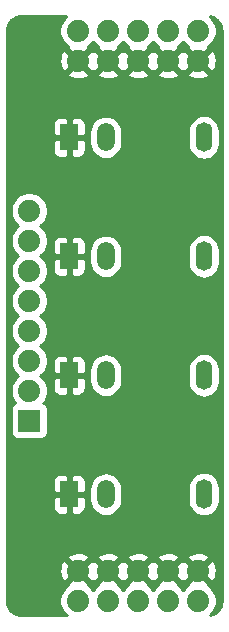
<source format=gbr>
G04 #@! TF.GenerationSoftware,KiCad,Pcbnew,5.1.5-52549c5~84~ubuntu18.04.1*
G04 #@! TF.CreationDate,2020-03-23T11:22:08-04:00*
G04 #@! TF.ProjectId,bbf-eurojacks-thonkiconn,6262662d-6575-4726-9f6a-61636b732d74,rev?*
G04 #@! TF.SameCoordinates,Original*
G04 #@! TF.FileFunction,Copper,L2,Bot*
G04 #@! TF.FilePolarity,Positive*
%FSLAX46Y46*%
G04 Gerber Fmt 4.6, Leading zero omitted, Abs format (unit mm)*
G04 Created by KiCad (PCBNEW 5.1.5-52549c5~84~ubuntu18.04.1) date 2020-03-23 11:22:08*
%MOMM*%
%LPD*%
G04 APERTURE LIST*
%ADD10C,1.879600*%
%ADD11O,1.500000X2.400000*%
%ADD12R,1.500000X2.200000*%
%ADD13O,1.400000X2.500000*%
%ADD14R,1.879600X1.879600*%
%ADD15C,0.254000*%
G04 APERTURE END LIST*
D10*
X157081100Y-126588600D03*
X157081100Y-129128600D03*
X154541100Y-126588600D03*
X154541100Y-129128600D03*
X152001100Y-126588600D03*
X152001100Y-129128600D03*
X149461100Y-126588600D03*
X149461100Y-129128600D03*
X146921100Y-126588600D03*
X146921100Y-129128600D03*
D11*
X149276100Y-120103600D03*
D12*
X146176100Y-120103600D03*
D13*
X157576100Y-120103600D03*
D11*
X149276100Y-110035732D03*
D12*
X146176100Y-110035732D03*
D13*
X157576100Y-110035732D03*
D11*
X149276100Y-99967866D03*
D12*
X146176100Y-99967866D03*
D13*
X157576100Y-99967866D03*
D11*
X149276100Y-89900000D03*
D12*
X146176100Y-89900000D03*
D13*
X157576100Y-89900000D03*
D10*
X157081100Y-80868600D03*
X157081100Y-83408600D03*
X154541100Y-80868600D03*
X154541100Y-83408600D03*
X152001100Y-80868600D03*
X152001100Y-83408600D03*
X149461100Y-80868600D03*
X149461100Y-83408600D03*
X146921100Y-80868600D03*
X146921100Y-83408600D03*
X142786100Y-96108600D03*
X142786100Y-98648600D03*
X142786100Y-101188600D03*
X142786100Y-103728600D03*
X142786100Y-106268600D03*
X142786100Y-108808600D03*
X142786100Y-111348600D03*
D14*
X142786100Y-113888600D03*
D15*
G36*
X145917223Y-79645373D02*
G01*
X145697873Y-79864723D01*
X145525530Y-80122652D01*
X145406818Y-80409248D01*
X145346300Y-80713496D01*
X145346300Y-81023704D01*
X145406818Y-81327952D01*
X145525530Y-81614548D01*
X145697873Y-81872477D01*
X145917223Y-82091827D01*
X146053814Y-82183095D01*
X146008229Y-82316124D01*
X146921100Y-83228995D01*
X147833971Y-82316124D01*
X147788386Y-82183095D01*
X147924977Y-82091827D01*
X148144327Y-81872477D01*
X148191100Y-81802476D01*
X148237873Y-81872477D01*
X148457223Y-82091827D01*
X148593814Y-82183095D01*
X148548229Y-82316124D01*
X149461100Y-83228995D01*
X150373971Y-82316124D01*
X150328386Y-82183095D01*
X150464977Y-82091827D01*
X150684327Y-81872477D01*
X150731100Y-81802476D01*
X150777873Y-81872477D01*
X150997223Y-82091827D01*
X151133814Y-82183095D01*
X151088229Y-82316124D01*
X152001100Y-83228995D01*
X152913971Y-82316124D01*
X152868386Y-82183095D01*
X153004977Y-82091827D01*
X153224327Y-81872477D01*
X153271100Y-81802476D01*
X153317873Y-81872477D01*
X153537223Y-82091827D01*
X153673814Y-82183095D01*
X153628229Y-82316124D01*
X154541100Y-83228995D01*
X155453971Y-82316124D01*
X155408386Y-82183095D01*
X155544977Y-82091827D01*
X155764327Y-81872477D01*
X155811100Y-81802476D01*
X155857873Y-81872477D01*
X156077223Y-82091827D01*
X156213814Y-82183095D01*
X156168229Y-82316124D01*
X157081100Y-83228995D01*
X157993971Y-82316124D01*
X157948386Y-82183095D01*
X158084977Y-82091827D01*
X158304327Y-81872477D01*
X158476670Y-81614548D01*
X158595382Y-81327952D01*
X158655900Y-81023704D01*
X158655900Y-80713496D01*
X158595382Y-80409248D01*
X158476670Y-80122652D01*
X158304327Y-79864723D01*
X158099771Y-79660167D01*
X158100364Y-79660225D01*
X158330514Y-79729711D01*
X158542788Y-79842579D01*
X158729095Y-79994528D01*
X158882337Y-80179765D01*
X158996683Y-80391244D01*
X159067776Y-80620908D01*
X159096101Y-80890403D01*
X159096100Y-129096323D01*
X159069285Y-129369805D01*
X158999233Y-129601826D01*
X158885450Y-129815822D01*
X158732269Y-130003639D01*
X158545524Y-130158129D01*
X158332331Y-130273402D01*
X158100801Y-130345072D01*
X158090667Y-130346137D01*
X158304327Y-130132477D01*
X158476670Y-129874548D01*
X158595382Y-129587952D01*
X158655900Y-129283704D01*
X158655900Y-128973496D01*
X158595382Y-128669248D01*
X158476670Y-128382652D01*
X158304327Y-128124723D01*
X158084977Y-127905373D01*
X157948386Y-127814105D01*
X157993971Y-127681076D01*
X157081100Y-126768205D01*
X156168229Y-127681076D01*
X156213814Y-127814105D01*
X156077223Y-127905373D01*
X155857873Y-128124723D01*
X155811100Y-128194724D01*
X155764327Y-128124723D01*
X155544977Y-127905373D01*
X155408386Y-127814105D01*
X155453971Y-127681076D01*
X154541100Y-126768205D01*
X153628229Y-127681076D01*
X153673814Y-127814105D01*
X153537223Y-127905373D01*
X153317873Y-128124723D01*
X153271100Y-128194724D01*
X153224327Y-128124723D01*
X153004977Y-127905373D01*
X152868386Y-127814105D01*
X152913971Y-127681076D01*
X152001100Y-126768205D01*
X151088229Y-127681076D01*
X151133814Y-127814105D01*
X150997223Y-127905373D01*
X150777873Y-128124723D01*
X150731100Y-128194724D01*
X150684327Y-128124723D01*
X150464977Y-127905373D01*
X150328386Y-127814105D01*
X150373971Y-127681076D01*
X149461100Y-126768205D01*
X148548229Y-127681076D01*
X148593814Y-127814105D01*
X148457223Y-127905373D01*
X148237873Y-128124723D01*
X148191100Y-128194724D01*
X148144327Y-128124723D01*
X147924977Y-127905373D01*
X147788386Y-127814105D01*
X147833971Y-127681076D01*
X146921100Y-126768205D01*
X146008229Y-127681076D01*
X146053814Y-127814105D01*
X145917223Y-127905373D01*
X145697873Y-128124723D01*
X145525530Y-128382652D01*
X145406818Y-128669248D01*
X145346300Y-128973496D01*
X145346300Y-129283704D01*
X145406818Y-129587952D01*
X145525530Y-129874548D01*
X145697873Y-130132477D01*
X145917223Y-130351827D01*
X145949809Y-130373600D01*
X142183377Y-130373600D01*
X141909895Y-130346785D01*
X141677874Y-130276733D01*
X141463878Y-130162950D01*
X141276061Y-130009769D01*
X141121571Y-129823024D01*
X141006298Y-129609831D01*
X140934628Y-129378301D01*
X140906100Y-129106876D01*
X140906100Y-126653577D01*
X145340016Y-126653577D01*
X145383073Y-126960784D01*
X145485235Y-127253686D01*
X145570377Y-127412977D01*
X145828624Y-127501471D01*
X146741495Y-126588600D01*
X147100705Y-126588600D01*
X148013576Y-127501471D01*
X148191100Y-127440639D01*
X148368624Y-127501471D01*
X149281495Y-126588600D01*
X149640705Y-126588600D01*
X150553576Y-127501471D01*
X150731100Y-127440639D01*
X150908624Y-127501471D01*
X151821495Y-126588600D01*
X152180705Y-126588600D01*
X153093576Y-127501471D01*
X153271100Y-127440639D01*
X153448624Y-127501471D01*
X154361495Y-126588600D01*
X154720705Y-126588600D01*
X155633576Y-127501471D01*
X155811100Y-127440639D01*
X155988624Y-127501471D01*
X156901495Y-126588600D01*
X157260705Y-126588600D01*
X158173576Y-127501471D01*
X158431823Y-127412977D01*
X158566697Y-127133624D01*
X158644481Y-126833325D01*
X158662184Y-126523623D01*
X158619127Y-126216416D01*
X158516965Y-125923514D01*
X158431823Y-125764223D01*
X158173576Y-125675729D01*
X157260705Y-126588600D01*
X156901495Y-126588600D01*
X155988624Y-125675729D01*
X155811100Y-125736561D01*
X155633576Y-125675729D01*
X154720705Y-126588600D01*
X154361495Y-126588600D01*
X153448624Y-125675729D01*
X153271100Y-125736561D01*
X153093576Y-125675729D01*
X152180705Y-126588600D01*
X151821495Y-126588600D01*
X150908624Y-125675729D01*
X150731100Y-125736561D01*
X150553576Y-125675729D01*
X149640705Y-126588600D01*
X149281495Y-126588600D01*
X148368624Y-125675729D01*
X148191100Y-125736561D01*
X148013576Y-125675729D01*
X147100705Y-126588600D01*
X146741495Y-126588600D01*
X145828624Y-125675729D01*
X145570377Y-125764223D01*
X145435503Y-126043576D01*
X145357719Y-126343875D01*
X145340016Y-126653577D01*
X140906100Y-126653577D01*
X140906100Y-125496124D01*
X146008229Y-125496124D01*
X146921100Y-126408995D01*
X147833971Y-125496124D01*
X148548229Y-125496124D01*
X149461100Y-126408995D01*
X150373971Y-125496124D01*
X151088229Y-125496124D01*
X152001100Y-126408995D01*
X152913971Y-125496124D01*
X153628229Y-125496124D01*
X154541100Y-126408995D01*
X155453971Y-125496124D01*
X156168229Y-125496124D01*
X157081100Y-126408995D01*
X157993971Y-125496124D01*
X157905477Y-125237877D01*
X157626124Y-125103003D01*
X157325825Y-125025219D01*
X157016123Y-125007516D01*
X156708916Y-125050573D01*
X156416014Y-125152735D01*
X156256723Y-125237877D01*
X156168229Y-125496124D01*
X155453971Y-125496124D01*
X155365477Y-125237877D01*
X155086124Y-125103003D01*
X154785825Y-125025219D01*
X154476123Y-125007516D01*
X154168916Y-125050573D01*
X153876014Y-125152735D01*
X153716723Y-125237877D01*
X153628229Y-125496124D01*
X152913971Y-125496124D01*
X152825477Y-125237877D01*
X152546124Y-125103003D01*
X152245825Y-125025219D01*
X151936123Y-125007516D01*
X151628916Y-125050573D01*
X151336014Y-125152735D01*
X151176723Y-125237877D01*
X151088229Y-125496124D01*
X150373971Y-125496124D01*
X150285477Y-125237877D01*
X150006124Y-125103003D01*
X149705825Y-125025219D01*
X149396123Y-125007516D01*
X149088916Y-125050573D01*
X148796014Y-125152735D01*
X148636723Y-125237877D01*
X148548229Y-125496124D01*
X147833971Y-125496124D01*
X147745477Y-125237877D01*
X147466124Y-125103003D01*
X147165825Y-125025219D01*
X146856123Y-125007516D01*
X146548916Y-125050573D01*
X146256014Y-125152735D01*
X146096723Y-125237877D01*
X146008229Y-125496124D01*
X140906100Y-125496124D01*
X140906100Y-121203600D01*
X144788028Y-121203600D01*
X144800288Y-121328082D01*
X144836598Y-121447780D01*
X144895563Y-121558094D01*
X144974915Y-121654785D01*
X145071606Y-121734137D01*
X145181920Y-121793102D01*
X145301618Y-121829412D01*
X145426100Y-121841672D01*
X145890350Y-121838600D01*
X146049100Y-121679850D01*
X146049100Y-120230600D01*
X146303100Y-120230600D01*
X146303100Y-121679850D01*
X146461850Y-121838600D01*
X146926100Y-121841672D01*
X147050582Y-121829412D01*
X147170280Y-121793102D01*
X147280594Y-121734137D01*
X147377285Y-121654785D01*
X147456637Y-121558094D01*
X147515602Y-121447780D01*
X147551912Y-121328082D01*
X147564172Y-121203600D01*
X147561100Y-120389350D01*
X147402350Y-120230600D01*
X146303100Y-120230600D01*
X146049100Y-120230600D01*
X144949850Y-120230600D01*
X144791100Y-120389350D01*
X144788028Y-121203600D01*
X140906100Y-121203600D01*
X140906100Y-119003600D01*
X144788028Y-119003600D01*
X144791100Y-119817850D01*
X144949850Y-119976600D01*
X146049100Y-119976600D01*
X146049100Y-118527350D01*
X146303100Y-118527350D01*
X146303100Y-119976600D01*
X147402350Y-119976600D01*
X147561100Y-119817850D01*
X147561976Y-119585563D01*
X147891100Y-119585563D01*
X147891100Y-120621636D01*
X147911140Y-120825106D01*
X147990336Y-121086180D01*
X148118943Y-121326787D01*
X148292019Y-121537680D01*
X148502912Y-121710757D01*
X148743519Y-121839364D01*
X149004593Y-121918560D01*
X149276100Y-121945301D01*
X149547606Y-121918560D01*
X149808680Y-121839364D01*
X150049287Y-121710757D01*
X150260180Y-121537681D01*
X150433257Y-121326788D01*
X150561864Y-121086181D01*
X150641060Y-120825107D01*
X150661100Y-120621637D01*
X150661100Y-119585564D01*
X150651493Y-119488021D01*
X156241100Y-119488021D01*
X156241100Y-120719178D01*
X156260417Y-120915305D01*
X156336753Y-121166953D01*
X156460718Y-121398874D01*
X156627545Y-121602155D01*
X156830825Y-121768982D01*
X157062746Y-121892947D01*
X157314394Y-121969283D01*
X157576100Y-121995059D01*
X157837805Y-121969283D01*
X158089453Y-121892947D01*
X158321374Y-121768982D01*
X158524655Y-121602155D01*
X158691482Y-121398875D01*
X158815447Y-121166954D01*
X158891783Y-120915306D01*
X158911100Y-120719179D01*
X158911100Y-119488021D01*
X158891783Y-119291894D01*
X158815447Y-119040246D01*
X158691482Y-118808325D01*
X158524655Y-118605045D01*
X158321375Y-118438218D01*
X158089454Y-118314253D01*
X157837806Y-118237917D01*
X157576100Y-118212141D01*
X157314395Y-118237917D01*
X157062747Y-118314253D01*
X156830826Y-118438218D01*
X156627546Y-118605045D01*
X156460718Y-118808325D01*
X156336753Y-119040246D01*
X156260417Y-119291894D01*
X156241100Y-119488021D01*
X150651493Y-119488021D01*
X150641060Y-119382093D01*
X150561864Y-119121019D01*
X150433257Y-118880412D01*
X150260181Y-118669519D01*
X150049288Y-118496443D01*
X149808681Y-118367836D01*
X149547607Y-118288640D01*
X149276100Y-118261899D01*
X149004594Y-118288640D01*
X148743520Y-118367836D01*
X148502913Y-118496443D01*
X148292020Y-118669519D01*
X148118943Y-118880412D01*
X147990336Y-119121019D01*
X147911140Y-119382093D01*
X147891100Y-119585563D01*
X147561976Y-119585563D01*
X147564172Y-119003600D01*
X147551912Y-118879118D01*
X147515602Y-118759420D01*
X147456637Y-118649106D01*
X147377285Y-118552415D01*
X147280594Y-118473063D01*
X147170280Y-118414098D01*
X147050582Y-118377788D01*
X146926100Y-118365528D01*
X146461850Y-118368600D01*
X146303100Y-118527350D01*
X146049100Y-118527350D01*
X145890350Y-118368600D01*
X145426100Y-118365528D01*
X145301618Y-118377788D01*
X145181920Y-118414098D01*
X145071606Y-118473063D01*
X144974915Y-118552415D01*
X144895563Y-118649106D01*
X144836598Y-118759420D01*
X144800288Y-118879118D01*
X144788028Y-119003600D01*
X140906100Y-119003600D01*
X140906100Y-112948800D01*
X141208228Y-112948800D01*
X141208228Y-114828400D01*
X141220488Y-114952882D01*
X141256798Y-115072580D01*
X141315763Y-115182894D01*
X141395115Y-115279585D01*
X141491806Y-115358937D01*
X141602120Y-115417902D01*
X141721818Y-115454212D01*
X141846300Y-115466472D01*
X143725900Y-115466472D01*
X143850382Y-115454212D01*
X143970080Y-115417902D01*
X144080394Y-115358937D01*
X144177085Y-115279585D01*
X144256437Y-115182894D01*
X144315402Y-115072580D01*
X144351712Y-114952882D01*
X144363972Y-114828400D01*
X144363972Y-112948800D01*
X144351712Y-112824318D01*
X144315402Y-112704620D01*
X144256437Y-112594306D01*
X144177085Y-112497615D01*
X144080394Y-112418263D01*
X143991211Y-112370593D01*
X144009327Y-112352477D01*
X144181670Y-112094548D01*
X144300382Y-111807952D01*
X144360900Y-111503704D01*
X144360900Y-111193496D01*
X144349411Y-111135732D01*
X144788028Y-111135732D01*
X144800288Y-111260214D01*
X144836598Y-111379912D01*
X144895563Y-111490226D01*
X144974915Y-111586917D01*
X145071606Y-111666269D01*
X145181920Y-111725234D01*
X145301618Y-111761544D01*
X145426100Y-111773804D01*
X145890350Y-111770732D01*
X146049100Y-111611982D01*
X146049100Y-110162732D01*
X146303100Y-110162732D01*
X146303100Y-111611982D01*
X146461850Y-111770732D01*
X146926100Y-111773804D01*
X147050582Y-111761544D01*
X147170280Y-111725234D01*
X147280594Y-111666269D01*
X147377285Y-111586917D01*
X147456637Y-111490226D01*
X147515602Y-111379912D01*
X147551912Y-111260214D01*
X147564172Y-111135732D01*
X147561100Y-110321482D01*
X147402350Y-110162732D01*
X146303100Y-110162732D01*
X146049100Y-110162732D01*
X144949850Y-110162732D01*
X144791100Y-110321482D01*
X144788028Y-111135732D01*
X144349411Y-111135732D01*
X144300382Y-110889248D01*
X144181670Y-110602652D01*
X144009327Y-110344723D01*
X143789977Y-110125373D01*
X143719976Y-110078600D01*
X143789977Y-110031827D01*
X144009327Y-109812477D01*
X144181670Y-109554548D01*
X144300382Y-109267952D01*
X144360900Y-108963704D01*
X144360900Y-108935732D01*
X144788028Y-108935732D01*
X144791100Y-109749982D01*
X144949850Y-109908732D01*
X146049100Y-109908732D01*
X146049100Y-108459482D01*
X146303100Y-108459482D01*
X146303100Y-109908732D01*
X147402350Y-109908732D01*
X147561100Y-109749982D01*
X147561976Y-109517695D01*
X147891100Y-109517695D01*
X147891100Y-110553768D01*
X147911140Y-110757238D01*
X147990336Y-111018312D01*
X148118943Y-111258919D01*
X148292019Y-111469812D01*
X148502912Y-111642889D01*
X148743519Y-111771496D01*
X149004593Y-111850692D01*
X149276100Y-111877433D01*
X149547606Y-111850692D01*
X149808680Y-111771496D01*
X150049287Y-111642889D01*
X150260180Y-111469813D01*
X150433257Y-111258920D01*
X150561864Y-111018313D01*
X150641060Y-110757239D01*
X150661100Y-110553769D01*
X150661100Y-109517696D01*
X150651493Y-109420153D01*
X156241100Y-109420153D01*
X156241100Y-110651310D01*
X156260417Y-110847437D01*
X156336753Y-111099085D01*
X156460718Y-111331006D01*
X156627545Y-111534287D01*
X156830825Y-111701114D01*
X157062746Y-111825079D01*
X157314394Y-111901415D01*
X157576100Y-111927191D01*
X157837805Y-111901415D01*
X158089453Y-111825079D01*
X158321374Y-111701114D01*
X158524655Y-111534287D01*
X158691482Y-111331007D01*
X158815447Y-111099086D01*
X158891783Y-110847438D01*
X158911100Y-110651311D01*
X158911100Y-109420153D01*
X158891783Y-109224026D01*
X158815447Y-108972378D01*
X158691482Y-108740457D01*
X158524655Y-108537177D01*
X158321375Y-108370350D01*
X158089454Y-108246385D01*
X157837806Y-108170049D01*
X157576100Y-108144273D01*
X157314395Y-108170049D01*
X157062747Y-108246385D01*
X156830826Y-108370350D01*
X156627546Y-108537177D01*
X156460718Y-108740457D01*
X156336753Y-108972378D01*
X156260417Y-109224026D01*
X156241100Y-109420153D01*
X150651493Y-109420153D01*
X150641060Y-109314225D01*
X150561864Y-109053151D01*
X150433257Y-108812544D01*
X150260181Y-108601651D01*
X150049288Y-108428575D01*
X149808681Y-108299968D01*
X149547607Y-108220772D01*
X149276100Y-108194031D01*
X149004594Y-108220772D01*
X148743520Y-108299968D01*
X148502913Y-108428575D01*
X148292020Y-108601651D01*
X148118943Y-108812544D01*
X147990336Y-109053151D01*
X147911140Y-109314225D01*
X147891100Y-109517695D01*
X147561976Y-109517695D01*
X147564172Y-108935732D01*
X147551912Y-108811250D01*
X147515602Y-108691552D01*
X147456637Y-108581238D01*
X147377285Y-108484547D01*
X147280594Y-108405195D01*
X147170280Y-108346230D01*
X147050582Y-108309920D01*
X146926100Y-108297660D01*
X146461850Y-108300732D01*
X146303100Y-108459482D01*
X146049100Y-108459482D01*
X145890350Y-108300732D01*
X145426100Y-108297660D01*
X145301618Y-108309920D01*
X145181920Y-108346230D01*
X145071606Y-108405195D01*
X144974915Y-108484547D01*
X144895563Y-108581238D01*
X144836598Y-108691552D01*
X144800288Y-108811250D01*
X144788028Y-108935732D01*
X144360900Y-108935732D01*
X144360900Y-108653496D01*
X144300382Y-108349248D01*
X144181670Y-108062652D01*
X144009327Y-107804723D01*
X143789977Y-107585373D01*
X143719976Y-107538600D01*
X143789977Y-107491827D01*
X144009327Y-107272477D01*
X144181670Y-107014548D01*
X144300382Y-106727952D01*
X144360900Y-106423704D01*
X144360900Y-106113496D01*
X144300382Y-105809248D01*
X144181670Y-105522652D01*
X144009327Y-105264723D01*
X143789977Y-105045373D01*
X143719976Y-104998600D01*
X143789977Y-104951827D01*
X144009327Y-104732477D01*
X144181670Y-104474548D01*
X144300382Y-104187952D01*
X144360900Y-103883704D01*
X144360900Y-103573496D01*
X144300382Y-103269248D01*
X144181670Y-102982652D01*
X144009327Y-102724723D01*
X143789977Y-102505373D01*
X143719976Y-102458600D01*
X143789977Y-102411827D01*
X144009327Y-102192477D01*
X144181670Y-101934548D01*
X144300382Y-101647952D01*
X144360900Y-101343704D01*
X144360900Y-101067866D01*
X144788028Y-101067866D01*
X144800288Y-101192348D01*
X144836598Y-101312046D01*
X144895563Y-101422360D01*
X144974915Y-101519051D01*
X145071606Y-101598403D01*
X145181920Y-101657368D01*
X145301618Y-101693678D01*
X145426100Y-101705938D01*
X145890350Y-101702866D01*
X146049100Y-101544116D01*
X146049100Y-100094866D01*
X146303100Y-100094866D01*
X146303100Y-101544116D01*
X146461850Y-101702866D01*
X146926100Y-101705938D01*
X147050582Y-101693678D01*
X147170280Y-101657368D01*
X147280594Y-101598403D01*
X147377285Y-101519051D01*
X147456637Y-101422360D01*
X147515602Y-101312046D01*
X147551912Y-101192348D01*
X147564172Y-101067866D01*
X147561100Y-100253616D01*
X147402350Y-100094866D01*
X146303100Y-100094866D01*
X146049100Y-100094866D01*
X144949850Y-100094866D01*
X144791100Y-100253616D01*
X144788028Y-101067866D01*
X144360900Y-101067866D01*
X144360900Y-101033496D01*
X144300382Y-100729248D01*
X144181670Y-100442652D01*
X144009327Y-100184723D01*
X143789977Y-99965373D01*
X143719976Y-99918600D01*
X143789977Y-99871827D01*
X144009327Y-99652477D01*
X144181670Y-99394548D01*
X144300382Y-99107952D01*
X144348137Y-98867866D01*
X144788028Y-98867866D01*
X144791100Y-99682116D01*
X144949850Y-99840866D01*
X146049100Y-99840866D01*
X146049100Y-98391616D01*
X146303100Y-98391616D01*
X146303100Y-99840866D01*
X147402350Y-99840866D01*
X147561100Y-99682116D01*
X147561976Y-99449829D01*
X147891100Y-99449829D01*
X147891100Y-100485902D01*
X147911140Y-100689372D01*
X147990336Y-100950446D01*
X148118943Y-101191053D01*
X148292019Y-101401946D01*
X148502912Y-101575023D01*
X148743519Y-101703630D01*
X149004593Y-101782826D01*
X149276100Y-101809567D01*
X149547606Y-101782826D01*
X149808680Y-101703630D01*
X150049287Y-101575023D01*
X150260180Y-101401947D01*
X150433257Y-101191054D01*
X150561864Y-100950447D01*
X150641060Y-100689373D01*
X150661100Y-100485903D01*
X150661100Y-99449830D01*
X150651493Y-99352287D01*
X156241100Y-99352287D01*
X156241100Y-100583444D01*
X156260417Y-100779571D01*
X156336753Y-101031219D01*
X156460718Y-101263140D01*
X156627545Y-101466421D01*
X156830825Y-101633248D01*
X157062746Y-101757213D01*
X157314394Y-101833549D01*
X157576100Y-101859325D01*
X157837805Y-101833549D01*
X158089453Y-101757213D01*
X158321374Y-101633248D01*
X158524655Y-101466421D01*
X158691482Y-101263141D01*
X158815447Y-101031220D01*
X158891783Y-100779572D01*
X158911100Y-100583445D01*
X158911100Y-99352287D01*
X158891783Y-99156160D01*
X158815447Y-98904512D01*
X158691482Y-98672591D01*
X158524655Y-98469311D01*
X158321375Y-98302484D01*
X158089454Y-98178519D01*
X157837806Y-98102183D01*
X157576100Y-98076407D01*
X157314395Y-98102183D01*
X157062747Y-98178519D01*
X156830826Y-98302484D01*
X156627546Y-98469311D01*
X156460718Y-98672591D01*
X156336753Y-98904512D01*
X156260417Y-99156160D01*
X156241100Y-99352287D01*
X150651493Y-99352287D01*
X150641060Y-99246359D01*
X150561864Y-98985285D01*
X150433257Y-98744678D01*
X150260181Y-98533785D01*
X150049288Y-98360709D01*
X149808681Y-98232102D01*
X149547607Y-98152906D01*
X149276100Y-98126165D01*
X149004594Y-98152906D01*
X148743520Y-98232102D01*
X148502913Y-98360709D01*
X148292020Y-98533785D01*
X148118943Y-98744678D01*
X147990336Y-98985285D01*
X147911140Y-99246359D01*
X147891100Y-99449829D01*
X147561976Y-99449829D01*
X147564172Y-98867866D01*
X147551912Y-98743384D01*
X147515602Y-98623686D01*
X147456637Y-98513372D01*
X147377285Y-98416681D01*
X147280594Y-98337329D01*
X147170280Y-98278364D01*
X147050582Y-98242054D01*
X146926100Y-98229794D01*
X146461850Y-98232866D01*
X146303100Y-98391616D01*
X146049100Y-98391616D01*
X145890350Y-98232866D01*
X145426100Y-98229794D01*
X145301618Y-98242054D01*
X145181920Y-98278364D01*
X145071606Y-98337329D01*
X144974915Y-98416681D01*
X144895563Y-98513372D01*
X144836598Y-98623686D01*
X144800288Y-98743384D01*
X144788028Y-98867866D01*
X144348137Y-98867866D01*
X144360900Y-98803704D01*
X144360900Y-98493496D01*
X144300382Y-98189248D01*
X144181670Y-97902652D01*
X144009327Y-97644723D01*
X143789977Y-97425373D01*
X143719976Y-97378600D01*
X143789977Y-97331827D01*
X144009327Y-97112477D01*
X144181670Y-96854548D01*
X144300382Y-96567952D01*
X144360900Y-96263704D01*
X144360900Y-95953496D01*
X144300382Y-95649248D01*
X144181670Y-95362652D01*
X144009327Y-95104723D01*
X143789977Y-94885373D01*
X143532048Y-94713030D01*
X143245452Y-94594318D01*
X142941204Y-94533800D01*
X142630996Y-94533800D01*
X142326748Y-94594318D01*
X142040152Y-94713030D01*
X141782223Y-94885373D01*
X141562873Y-95104723D01*
X141390530Y-95362652D01*
X141271818Y-95649248D01*
X141211300Y-95953496D01*
X141211300Y-96263704D01*
X141271818Y-96567952D01*
X141390530Y-96854548D01*
X141562873Y-97112477D01*
X141782223Y-97331827D01*
X141852224Y-97378600D01*
X141782223Y-97425373D01*
X141562873Y-97644723D01*
X141390530Y-97902652D01*
X141271818Y-98189248D01*
X141211300Y-98493496D01*
X141211300Y-98803704D01*
X141271818Y-99107952D01*
X141390530Y-99394548D01*
X141562873Y-99652477D01*
X141782223Y-99871827D01*
X141852224Y-99918600D01*
X141782223Y-99965373D01*
X141562873Y-100184723D01*
X141390530Y-100442652D01*
X141271818Y-100729248D01*
X141211300Y-101033496D01*
X141211300Y-101343704D01*
X141271818Y-101647952D01*
X141390530Y-101934548D01*
X141562873Y-102192477D01*
X141782223Y-102411827D01*
X141852224Y-102458600D01*
X141782223Y-102505373D01*
X141562873Y-102724723D01*
X141390530Y-102982652D01*
X141271818Y-103269248D01*
X141211300Y-103573496D01*
X141211300Y-103883704D01*
X141271818Y-104187952D01*
X141390530Y-104474548D01*
X141562873Y-104732477D01*
X141782223Y-104951827D01*
X141852224Y-104998600D01*
X141782223Y-105045373D01*
X141562873Y-105264723D01*
X141390530Y-105522652D01*
X141271818Y-105809248D01*
X141211300Y-106113496D01*
X141211300Y-106423704D01*
X141271818Y-106727952D01*
X141390530Y-107014548D01*
X141562873Y-107272477D01*
X141782223Y-107491827D01*
X141852224Y-107538600D01*
X141782223Y-107585373D01*
X141562873Y-107804723D01*
X141390530Y-108062652D01*
X141271818Y-108349248D01*
X141211300Y-108653496D01*
X141211300Y-108963704D01*
X141271818Y-109267952D01*
X141390530Y-109554548D01*
X141562873Y-109812477D01*
X141782223Y-110031827D01*
X141852224Y-110078600D01*
X141782223Y-110125373D01*
X141562873Y-110344723D01*
X141390530Y-110602652D01*
X141271818Y-110889248D01*
X141211300Y-111193496D01*
X141211300Y-111503704D01*
X141271818Y-111807952D01*
X141390530Y-112094548D01*
X141562873Y-112352477D01*
X141580989Y-112370593D01*
X141491806Y-112418263D01*
X141395115Y-112497615D01*
X141315763Y-112594306D01*
X141256798Y-112704620D01*
X141220488Y-112824318D01*
X141208228Y-112948800D01*
X140906100Y-112948800D01*
X140906100Y-91000000D01*
X144788028Y-91000000D01*
X144800288Y-91124482D01*
X144836598Y-91244180D01*
X144895563Y-91354494D01*
X144974915Y-91451185D01*
X145071606Y-91530537D01*
X145181920Y-91589502D01*
X145301618Y-91625812D01*
X145426100Y-91638072D01*
X145890350Y-91635000D01*
X146049100Y-91476250D01*
X146049100Y-90027000D01*
X146303100Y-90027000D01*
X146303100Y-91476250D01*
X146461850Y-91635000D01*
X146926100Y-91638072D01*
X147050582Y-91625812D01*
X147170280Y-91589502D01*
X147280594Y-91530537D01*
X147377285Y-91451185D01*
X147456637Y-91354494D01*
X147515602Y-91244180D01*
X147551912Y-91124482D01*
X147564172Y-91000000D01*
X147561100Y-90185750D01*
X147402350Y-90027000D01*
X146303100Y-90027000D01*
X146049100Y-90027000D01*
X144949850Y-90027000D01*
X144791100Y-90185750D01*
X144788028Y-91000000D01*
X140906100Y-91000000D01*
X140906100Y-88800000D01*
X144788028Y-88800000D01*
X144791100Y-89614250D01*
X144949850Y-89773000D01*
X146049100Y-89773000D01*
X146049100Y-88323750D01*
X146303100Y-88323750D01*
X146303100Y-89773000D01*
X147402350Y-89773000D01*
X147561100Y-89614250D01*
X147561976Y-89381963D01*
X147891100Y-89381963D01*
X147891100Y-90418036D01*
X147911140Y-90621506D01*
X147990336Y-90882580D01*
X148118943Y-91123187D01*
X148292019Y-91334080D01*
X148502912Y-91507157D01*
X148743519Y-91635764D01*
X149004593Y-91714960D01*
X149276100Y-91741701D01*
X149547606Y-91714960D01*
X149808680Y-91635764D01*
X150049287Y-91507157D01*
X150260180Y-91334081D01*
X150433257Y-91123188D01*
X150561864Y-90882581D01*
X150641060Y-90621507D01*
X150661100Y-90418037D01*
X150661100Y-89381964D01*
X150651493Y-89284421D01*
X156241100Y-89284421D01*
X156241100Y-90515578D01*
X156260417Y-90711705D01*
X156336753Y-90963353D01*
X156460718Y-91195274D01*
X156627545Y-91398555D01*
X156830825Y-91565382D01*
X157062746Y-91689347D01*
X157314394Y-91765683D01*
X157576100Y-91791459D01*
X157837805Y-91765683D01*
X158089453Y-91689347D01*
X158321374Y-91565382D01*
X158524655Y-91398555D01*
X158691482Y-91195275D01*
X158815447Y-90963354D01*
X158891783Y-90711706D01*
X158911100Y-90515579D01*
X158911100Y-89284421D01*
X158891783Y-89088294D01*
X158815447Y-88836646D01*
X158691482Y-88604725D01*
X158524655Y-88401445D01*
X158321375Y-88234618D01*
X158089454Y-88110653D01*
X157837806Y-88034317D01*
X157576100Y-88008541D01*
X157314395Y-88034317D01*
X157062747Y-88110653D01*
X156830826Y-88234618D01*
X156627546Y-88401445D01*
X156460718Y-88604725D01*
X156336753Y-88836646D01*
X156260417Y-89088294D01*
X156241100Y-89284421D01*
X150651493Y-89284421D01*
X150641060Y-89178493D01*
X150561864Y-88917419D01*
X150433257Y-88676812D01*
X150260181Y-88465919D01*
X150049288Y-88292843D01*
X149808681Y-88164236D01*
X149547607Y-88085040D01*
X149276100Y-88058299D01*
X149004594Y-88085040D01*
X148743520Y-88164236D01*
X148502913Y-88292843D01*
X148292020Y-88465919D01*
X148118943Y-88676812D01*
X147990336Y-88917419D01*
X147911140Y-89178493D01*
X147891100Y-89381963D01*
X147561976Y-89381963D01*
X147564172Y-88800000D01*
X147551912Y-88675518D01*
X147515602Y-88555820D01*
X147456637Y-88445506D01*
X147377285Y-88348815D01*
X147280594Y-88269463D01*
X147170280Y-88210498D01*
X147050582Y-88174188D01*
X146926100Y-88161928D01*
X146461850Y-88165000D01*
X146303100Y-88323750D01*
X146049100Y-88323750D01*
X145890350Y-88165000D01*
X145426100Y-88161928D01*
X145301618Y-88174188D01*
X145181920Y-88210498D01*
X145071606Y-88269463D01*
X144974915Y-88348815D01*
X144895563Y-88445506D01*
X144836598Y-88555820D01*
X144800288Y-88675518D01*
X144788028Y-88800000D01*
X140906100Y-88800000D01*
X140906100Y-84501076D01*
X146008229Y-84501076D01*
X146096723Y-84759323D01*
X146376076Y-84894197D01*
X146676375Y-84971981D01*
X146986077Y-84989684D01*
X147293284Y-84946627D01*
X147586186Y-84844465D01*
X147745477Y-84759323D01*
X147833971Y-84501076D01*
X148548229Y-84501076D01*
X148636723Y-84759323D01*
X148916076Y-84894197D01*
X149216375Y-84971981D01*
X149526077Y-84989684D01*
X149833284Y-84946627D01*
X150126186Y-84844465D01*
X150285477Y-84759323D01*
X150373971Y-84501076D01*
X151088229Y-84501076D01*
X151176723Y-84759323D01*
X151456076Y-84894197D01*
X151756375Y-84971981D01*
X152066077Y-84989684D01*
X152373284Y-84946627D01*
X152666186Y-84844465D01*
X152825477Y-84759323D01*
X152913971Y-84501076D01*
X153628229Y-84501076D01*
X153716723Y-84759323D01*
X153996076Y-84894197D01*
X154296375Y-84971981D01*
X154606077Y-84989684D01*
X154913284Y-84946627D01*
X155206186Y-84844465D01*
X155365477Y-84759323D01*
X155453971Y-84501076D01*
X156168229Y-84501076D01*
X156256723Y-84759323D01*
X156536076Y-84894197D01*
X156836375Y-84971981D01*
X157146077Y-84989684D01*
X157453284Y-84946627D01*
X157746186Y-84844465D01*
X157905477Y-84759323D01*
X157993971Y-84501076D01*
X157081100Y-83588205D01*
X156168229Y-84501076D01*
X155453971Y-84501076D01*
X154541100Y-83588205D01*
X153628229Y-84501076D01*
X152913971Y-84501076D01*
X152001100Y-83588205D01*
X151088229Y-84501076D01*
X150373971Y-84501076D01*
X149461100Y-83588205D01*
X148548229Y-84501076D01*
X147833971Y-84501076D01*
X146921100Y-83588205D01*
X146008229Y-84501076D01*
X140906100Y-84501076D01*
X140906100Y-83473577D01*
X145340016Y-83473577D01*
X145383073Y-83780784D01*
X145485235Y-84073686D01*
X145570377Y-84232977D01*
X145828624Y-84321471D01*
X146741495Y-83408600D01*
X147100705Y-83408600D01*
X148013576Y-84321471D01*
X148191100Y-84260639D01*
X148368624Y-84321471D01*
X149281495Y-83408600D01*
X149640705Y-83408600D01*
X150553576Y-84321471D01*
X150731100Y-84260639D01*
X150908624Y-84321471D01*
X151821495Y-83408600D01*
X152180705Y-83408600D01*
X153093576Y-84321471D01*
X153271100Y-84260639D01*
X153448624Y-84321471D01*
X154361495Y-83408600D01*
X154720705Y-83408600D01*
X155633576Y-84321471D01*
X155811100Y-84260639D01*
X155988624Y-84321471D01*
X156901495Y-83408600D01*
X157260705Y-83408600D01*
X158173576Y-84321471D01*
X158431823Y-84232977D01*
X158566697Y-83953624D01*
X158644481Y-83653325D01*
X158662184Y-83343623D01*
X158619127Y-83036416D01*
X158516965Y-82743514D01*
X158431823Y-82584223D01*
X158173576Y-82495729D01*
X157260705Y-83408600D01*
X156901495Y-83408600D01*
X155988624Y-82495729D01*
X155811100Y-82556561D01*
X155633576Y-82495729D01*
X154720705Y-83408600D01*
X154361495Y-83408600D01*
X153448624Y-82495729D01*
X153271100Y-82556561D01*
X153093576Y-82495729D01*
X152180705Y-83408600D01*
X151821495Y-83408600D01*
X150908624Y-82495729D01*
X150731100Y-82556561D01*
X150553576Y-82495729D01*
X149640705Y-83408600D01*
X149281495Y-83408600D01*
X148368624Y-82495729D01*
X148191100Y-82556561D01*
X148013576Y-82495729D01*
X147100705Y-83408600D01*
X146741495Y-83408600D01*
X145828624Y-82495729D01*
X145570377Y-82584223D01*
X145435503Y-82863576D01*
X145357719Y-83163875D01*
X145340016Y-83473577D01*
X140906100Y-83473577D01*
X140906100Y-80900879D01*
X140932725Y-80629336D01*
X141002211Y-80399186D01*
X141115079Y-80186912D01*
X141267028Y-80000605D01*
X141452265Y-79847363D01*
X141663744Y-79733017D01*
X141893408Y-79661924D01*
X142162894Y-79633600D01*
X145934843Y-79633600D01*
X145917223Y-79645373D01*
G37*
X145917223Y-79645373D02*
X145697873Y-79864723D01*
X145525530Y-80122652D01*
X145406818Y-80409248D01*
X145346300Y-80713496D01*
X145346300Y-81023704D01*
X145406818Y-81327952D01*
X145525530Y-81614548D01*
X145697873Y-81872477D01*
X145917223Y-82091827D01*
X146053814Y-82183095D01*
X146008229Y-82316124D01*
X146921100Y-83228995D01*
X147833971Y-82316124D01*
X147788386Y-82183095D01*
X147924977Y-82091827D01*
X148144327Y-81872477D01*
X148191100Y-81802476D01*
X148237873Y-81872477D01*
X148457223Y-82091827D01*
X148593814Y-82183095D01*
X148548229Y-82316124D01*
X149461100Y-83228995D01*
X150373971Y-82316124D01*
X150328386Y-82183095D01*
X150464977Y-82091827D01*
X150684327Y-81872477D01*
X150731100Y-81802476D01*
X150777873Y-81872477D01*
X150997223Y-82091827D01*
X151133814Y-82183095D01*
X151088229Y-82316124D01*
X152001100Y-83228995D01*
X152913971Y-82316124D01*
X152868386Y-82183095D01*
X153004977Y-82091827D01*
X153224327Y-81872477D01*
X153271100Y-81802476D01*
X153317873Y-81872477D01*
X153537223Y-82091827D01*
X153673814Y-82183095D01*
X153628229Y-82316124D01*
X154541100Y-83228995D01*
X155453971Y-82316124D01*
X155408386Y-82183095D01*
X155544977Y-82091827D01*
X155764327Y-81872477D01*
X155811100Y-81802476D01*
X155857873Y-81872477D01*
X156077223Y-82091827D01*
X156213814Y-82183095D01*
X156168229Y-82316124D01*
X157081100Y-83228995D01*
X157993971Y-82316124D01*
X157948386Y-82183095D01*
X158084977Y-82091827D01*
X158304327Y-81872477D01*
X158476670Y-81614548D01*
X158595382Y-81327952D01*
X158655900Y-81023704D01*
X158655900Y-80713496D01*
X158595382Y-80409248D01*
X158476670Y-80122652D01*
X158304327Y-79864723D01*
X158099771Y-79660167D01*
X158100364Y-79660225D01*
X158330514Y-79729711D01*
X158542788Y-79842579D01*
X158729095Y-79994528D01*
X158882337Y-80179765D01*
X158996683Y-80391244D01*
X159067776Y-80620908D01*
X159096101Y-80890403D01*
X159096100Y-129096323D01*
X159069285Y-129369805D01*
X158999233Y-129601826D01*
X158885450Y-129815822D01*
X158732269Y-130003639D01*
X158545524Y-130158129D01*
X158332331Y-130273402D01*
X158100801Y-130345072D01*
X158090667Y-130346137D01*
X158304327Y-130132477D01*
X158476670Y-129874548D01*
X158595382Y-129587952D01*
X158655900Y-129283704D01*
X158655900Y-128973496D01*
X158595382Y-128669248D01*
X158476670Y-128382652D01*
X158304327Y-128124723D01*
X158084977Y-127905373D01*
X157948386Y-127814105D01*
X157993971Y-127681076D01*
X157081100Y-126768205D01*
X156168229Y-127681076D01*
X156213814Y-127814105D01*
X156077223Y-127905373D01*
X155857873Y-128124723D01*
X155811100Y-128194724D01*
X155764327Y-128124723D01*
X155544977Y-127905373D01*
X155408386Y-127814105D01*
X155453971Y-127681076D01*
X154541100Y-126768205D01*
X153628229Y-127681076D01*
X153673814Y-127814105D01*
X153537223Y-127905373D01*
X153317873Y-128124723D01*
X153271100Y-128194724D01*
X153224327Y-128124723D01*
X153004977Y-127905373D01*
X152868386Y-127814105D01*
X152913971Y-127681076D01*
X152001100Y-126768205D01*
X151088229Y-127681076D01*
X151133814Y-127814105D01*
X150997223Y-127905373D01*
X150777873Y-128124723D01*
X150731100Y-128194724D01*
X150684327Y-128124723D01*
X150464977Y-127905373D01*
X150328386Y-127814105D01*
X150373971Y-127681076D01*
X149461100Y-126768205D01*
X148548229Y-127681076D01*
X148593814Y-127814105D01*
X148457223Y-127905373D01*
X148237873Y-128124723D01*
X148191100Y-128194724D01*
X148144327Y-128124723D01*
X147924977Y-127905373D01*
X147788386Y-127814105D01*
X147833971Y-127681076D01*
X146921100Y-126768205D01*
X146008229Y-127681076D01*
X146053814Y-127814105D01*
X145917223Y-127905373D01*
X145697873Y-128124723D01*
X145525530Y-128382652D01*
X145406818Y-128669248D01*
X145346300Y-128973496D01*
X145346300Y-129283704D01*
X145406818Y-129587952D01*
X145525530Y-129874548D01*
X145697873Y-130132477D01*
X145917223Y-130351827D01*
X145949809Y-130373600D01*
X142183377Y-130373600D01*
X141909895Y-130346785D01*
X141677874Y-130276733D01*
X141463878Y-130162950D01*
X141276061Y-130009769D01*
X141121571Y-129823024D01*
X141006298Y-129609831D01*
X140934628Y-129378301D01*
X140906100Y-129106876D01*
X140906100Y-126653577D01*
X145340016Y-126653577D01*
X145383073Y-126960784D01*
X145485235Y-127253686D01*
X145570377Y-127412977D01*
X145828624Y-127501471D01*
X146741495Y-126588600D01*
X147100705Y-126588600D01*
X148013576Y-127501471D01*
X148191100Y-127440639D01*
X148368624Y-127501471D01*
X149281495Y-126588600D01*
X149640705Y-126588600D01*
X150553576Y-127501471D01*
X150731100Y-127440639D01*
X150908624Y-127501471D01*
X151821495Y-126588600D01*
X152180705Y-126588600D01*
X153093576Y-127501471D01*
X153271100Y-127440639D01*
X153448624Y-127501471D01*
X154361495Y-126588600D01*
X154720705Y-126588600D01*
X155633576Y-127501471D01*
X155811100Y-127440639D01*
X155988624Y-127501471D01*
X156901495Y-126588600D01*
X157260705Y-126588600D01*
X158173576Y-127501471D01*
X158431823Y-127412977D01*
X158566697Y-127133624D01*
X158644481Y-126833325D01*
X158662184Y-126523623D01*
X158619127Y-126216416D01*
X158516965Y-125923514D01*
X158431823Y-125764223D01*
X158173576Y-125675729D01*
X157260705Y-126588600D01*
X156901495Y-126588600D01*
X155988624Y-125675729D01*
X155811100Y-125736561D01*
X155633576Y-125675729D01*
X154720705Y-126588600D01*
X154361495Y-126588600D01*
X153448624Y-125675729D01*
X153271100Y-125736561D01*
X153093576Y-125675729D01*
X152180705Y-126588600D01*
X151821495Y-126588600D01*
X150908624Y-125675729D01*
X150731100Y-125736561D01*
X150553576Y-125675729D01*
X149640705Y-126588600D01*
X149281495Y-126588600D01*
X148368624Y-125675729D01*
X148191100Y-125736561D01*
X148013576Y-125675729D01*
X147100705Y-126588600D01*
X146741495Y-126588600D01*
X145828624Y-125675729D01*
X145570377Y-125764223D01*
X145435503Y-126043576D01*
X145357719Y-126343875D01*
X145340016Y-126653577D01*
X140906100Y-126653577D01*
X140906100Y-125496124D01*
X146008229Y-125496124D01*
X146921100Y-126408995D01*
X147833971Y-125496124D01*
X148548229Y-125496124D01*
X149461100Y-126408995D01*
X150373971Y-125496124D01*
X151088229Y-125496124D01*
X152001100Y-126408995D01*
X152913971Y-125496124D01*
X153628229Y-125496124D01*
X154541100Y-126408995D01*
X155453971Y-125496124D01*
X156168229Y-125496124D01*
X157081100Y-126408995D01*
X157993971Y-125496124D01*
X157905477Y-125237877D01*
X157626124Y-125103003D01*
X157325825Y-125025219D01*
X157016123Y-125007516D01*
X156708916Y-125050573D01*
X156416014Y-125152735D01*
X156256723Y-125237877D01*
X156168229Y-125496124D01*
X155453971Y-125496124D01*
X155365477Y-125237877D01*
X155086124Y-125103003D01*
X154785825Y-125025219D01*
X154476123Y-125007516D01*
X154168916Y-125050573D01*
X153876014Y-125152735D01*
X153716723Y-125237877D01*
X153628229Y-125496124D01*
X152913971Y-125496124D01*
X152825477Y-125237877D01*
X152546124Y-125103003D01*
X152245825Y-125025219D01*
X151936123Y-125007516D01*
X151628916Y-125050573D01*
X151336014Y-125152735D01*
X151176723Y-125237877D01*
X151088229Y-125496124D01*
X150373971Y-125496124D01*
X150285477Y-125237877D01*
X150006124Y-125103003D01*
X149705825Y-125025219D01*
X149396123Y-125007516D01*
X149088916Y-125050573D01*
X148796014Y-125152735D01*
X148636723Y-125237877D01*
X148548229Y-125496124D01*
X147833971Y-125496124D01*
X147745477Y-125237877D01*
X147466124Y-125103003D01*
X147165825Y-125025219D01*
X146856123Y-125007516D01*
X146548916Y-125050573D01*
X146256014Y-125152735D01*
X146096723Y-125237877D01*
X146008229Y-125496124D01*
X140906100Y-125496124D01*
X140906100Y-121203600D01*
X144788028Y-121203600D01*
X144800288Y-121328082D01*
X144836598Y-121447780D01*
X144895563Y-121558094D01*
X144974915Y-121654785D01*
X145071606Y-121734137D01*
X145181920Y-121793102D01*
X145301618Y-121829412D01*
X145426100Y-121841672D01*
X145890350Y-121838600D01*
X146049100Y-121679850D01*
X146049100Y-120230600D01*
X146303100Y-120230600D01*
X146303100Y-121679850D01*
X146461850Y-121838600D01*
X146926100Y-121841672D01*
X147050582Y-121829412D01*
X147170280Y-121793102D01*
X147280594Y-121734137D01*
X147377285Y-121654785D01*
X147456637Y-121558094D01*
X147515602Y-121447780D01*
X147551912Y-121328082D01*
X147564172Y-121203600D01*
X147561100Y-120389350D01*
X147402350Y-120230600D01*
X146303100Y-120230600D01*
X146049100Y-120230600D01*
X144949850Y-120230600D01*
X144791100Y-120389350D01*
X144788028Y-121203600D01*
X140906100Y-121203600D01*
X140906100Y-119003600D01*
X144788028Y-119003600D01*
X144791100Y-119817850D01*
X144949850Y-119976600D01*
X146049100Y-119976600D01*
X146049100Y-118527350D01*
X146303100Y-118527350D01*
X146303100Y-119976600D01*
X147402350Y-119976600D01*
X147561100Y-119817850D01*
X147561976Y-119585563D01*
X147891100Y-119585563D01*
X147891100Y-120621636D01*
X147911140Y-120825106D01*
X147990336Y-121086180D01*
X148118943Y-121326787D01*
X148292019Y-121537680D01*
X148502912Y-121710757D01*
X148743519Y-121839364D01*
X149004593Y-121918560D01*
X149276100Y-121945301D01*
X149547606Y-121918560D01*
X149808680Y-121839364D01*
X150049287Y-121710757D01*
X150260180Y-121537681D01*
X150433257Y-121326788D01*
X150561864Y-121086181D01*
X150641060Y-120825107D01*
X150661100Y-120621637D01*
X150661100Y-119585564D01*
X150651493Y-119488021D01*
X156241100Y-119488021D01*
X156241100Y-120719178D01*
X156260417Y-120915305D01*
X156336753Y-121166953D01*
X156460718Y-121398874D01*
X156627545Y-121602155D01*
X156830825Y-121768982D01*
X157062746Y-121892947D01*
X157314394Y-121969283D01*
X157576100Y-121995059D01*
X157837805Y-121969283D01*
X158089453Y-121892947D01*
X158321374Y-121768982D01*
X158524655Y-121602155D01*
X158691482Y-121398875D01*
X158815447Y-121166954D01*
X158891783Y-120915306D01*
X158911100Y-120719179D01*
X158911100Y-119488021D01*
X158891783Y-119291894D01*
X158815447Y-119040246D01*
X158691482Y-118808325D01*
X158524655Y-118605045D01*
X158321375Y-118438218D01*
X158089454Y-118314253D01*
X157837806Y-118237917D01*
X157576100Y-118212141D01*
X157314395Y-118237917D01*
X157062747Y-118314253D01*
X156830826Y-118438218D01*
X156627546Y-118605045D01*
X156460718Y-118808325D01*
X156336753Y-119040246D01*
X156260417Y-119291894D01*
X156241100Y-119488021D01*
X150651493Y-119488021D01*
X150641060Y-119382093D01*
X150561864Y-119121019D01*
X150433257Y-118880412D01*
X150260181Y-118669519D01*
X150049288Y-118496443D01*
X149808681Y-118367836D01*
X149547607Y-118288640D01*
X149276100Y-118261899D01*
X149004594Y-118288640D01*
X148743520Y-118367836D01*
X148502913Y-118496443D01*
X148292020Y-118669519D01*
X148118943Y-118880412D01*
X147990336Y-119121019D01*
X147911140Y-119382093D01*
X147891100Y-119585563D01*
X147561976Y-119585563D01*
X147564172Y-119003600D01*
X147551912Y-118879118D01*
X147515602Y-118759420D01*
X147456637Y-118649106D01*
X147377285Y-118552415D01*
X147280594Y-118473063D01*
X147170280Y-118414098D01*
X147050582Y-118377788D01*
X146926100Y-118365528D01*
X146461850Y-118368600D01*
X146303100Y-118527350D01*
X146049100Y-118527350D01*
X145890350Y-118368600D01*
X145426100Y-118365528D01*
X145301618Y-118377788D01*
X145181920Y-118414098D01*
X145071606Y-118473063D01*
X144974915Y-118552415D01*
X144895563Y-118649106D01*
X144836598Y-118759420D01*
X144800288Y-118879118D01*
X144788028Y-119003600D01*
X140906100Y-119003600D01*
X140906100Y-112948800D01*
X141208228Y-112948800D01*
X141208228Y-114828400D01*
X141220488Y-114952882D01*
X141256798Y-115072580D01*
X141315763Y-115182894D01*
X141395115Y-115279585D01*
X141491806Y-115358937D01*
X141602120Y-115417902D01*
X141721818Y-115454212D01*
X141846300Y-115466472D01*
X143725900Y-115466472D01*
X143850382Y-115454212D01*
X143970080Y-115417902D01*
X144080394Y-115358937D01*
X144177085Y-115279585D01*
X144256437Y-115182894D01*
X144315402Y-115072580D01*
X144351712Y-114952882D01*
X144363972Y-114828400D01*
X144363972Y-112948800D01*
X144351712Y-112824318D01*
X144315402Y-112704620D01*
X144256437Y-112594306D01*
X144177085Y-112497615D01*
X144080394Y-112418263D01*
X143991211Y-112370593D01*
X144009327Y-112352477D01*
X144181670Y-112094548D01*
X144300382Y-111807952D01*
X144360900Y-111503704D01*
X144360900Y-111193496D01*
X144349411Y-111135732D01*
X144788028Y-111135732D01*
X144800288Y-111260214D01*
X144836598Y-111379912D01*
X144895563Y-111490226D01*
X144974915Y-111586917D01*
X145071606Y-111666269D01*
X145181920Y-111725234D01*
X145301618Y-111761544D01*
X145426100Y-111773804D01*
X145890350Y-111770732D01*
X146049100Y-111611982D01*
X146049100Y-110162732D01*
X146303100Y-110162732D01*
X146303100Y-111611982D01*
X146461850Y-111770732D01*
X146926100Y-111773804D01*
X147050582Y-111761544D01*
X147170280Y-111725234D01*
X147280594Y-111666269D01*
X147377285Y-111586917D01*
X147456637Y-111490226D01*
X147515602Y-111379912D01*
X147551912Y-111260214D01*
X147564172Y-111135732D01*
X147561100Y-110321482D01*
X147402350Y-110162732D01*
X146303100Y-110162732D01*
X146049100Y-110162732D01*
X144949850Y-110162732D01*
X144791100Y-110321482D01*
X144788028Y-111135732D01*
X144349411Y-111135732D01*
X144300382Y-110889248D01*
X144181670Y-110602652D01*
X144009327Y-110344723D01*
X143789977Y-110125373D01*
X143719976Y-110078600D01*
X143789977Y-110031827D01*
X144009327Y-109812477D01*
X144181670Y-109554548D01*
X144300382Y-109267952D01*
X144360900Y-108963704D01*
X144360900Y-108935732D01*
X144788028Y-108935732D01*
X144791100Y-109749982D01*
X144949850Y-109908732D01*
X146049100Y-109908732D01*
X146049100Y-108459482D01*
X146303100Y-108459482D01*
X146303100Y-109908732D01*
X147402350Y-109908732D01*
X147561100Y-109749982D01*
X147561976Y-109517695D01*
X147891100Y-109517695D01*
X147891100Y-110553768D01*
X147911140Y-110757238D01*
X147990336Y-111018312D01*
X148118943Y-111258919D01*
X148292019Y-111469812D01*
X148502912Y-111642889D01*
X148743519Y-111771496D01*
X149004593Y-111850692D01*
X149276100Y-111877433D01*
X149547606Y-111850692D01*
X149808680Y-111771496D01*
X150049287Y-111642889D01*
X150260180Y-111469813D01*
X150433257Y-111258920D01*
X150561864Y-111018313D01*
X150641060Y-110757239D01*
X150661100Y-110553769D01*
X150661100Y-109517696D01*
X150651493Y-109420153D01*
X156241100Y-109420153D01*
X156241100Y-110651310D01*
X156260417Y-110847437D01*
X156336753Y-111099085D01*
X156460718Y-111331006D01*
X156627545Y-111534287D01*
X156830825Y-111701114D01*
X157062746Y-111825079D01*
X157314394Y-111901415D01*
X157576100Y-111927191D01*
X157837805Y-111901415D01*
X158089453Y-111825079D01*
X158321374Y-111701114D01*
X158524655Y-111534287D01*
X158691482Y-111331007D01*
X158815447Y-111099086D01*
X158891783Y-110847438D01*
X158911100Y-110651311D01*
X158911100Y-109420153D01*
X158891783Y-109224026D01*
X158815447Y-108972378D01*
X158691482Y-108740457D01*
X158524655Y-108537177D01*
X158321375Y-108370350D01*
X158089454Y-108246385D01*
X157837806Y-108170049D01*
X157576100Y-108144273D01*
X157314395Y-108170049D01*
X157062747Y-108246385D01*
X156830826Y-108370350D01*
X156627546Y-108537177D01*
X156460718Y-108740457D01*
X156336753Y-108972378D01*
X156260417Y-109224026D01*
X156241100Y-109420153D01*
X150651493Y-109420153D01*
X150641060Y-109314225D01*
X150561864Y-109053151D01*
X150433257Y-108812544D01*
X150260181Y-108601651D01*
X150049288Y-108428575D01*
X149808681Y-108299968D01*
X149547607Y-108220772D01*
X149276100Y-108194031D01*
X149004594Y-108220772D01*
X148743520Y-108299968D01*
X148502913Y-108428575D01*
X148292020Y-108601651D01*
X148118943Y-108812544D01*
X147990336Y-109053151D01*
X147911140Y-109314225D01*
X147891100Y-109517695D01*
X147561976Y-109517695D01*
X147564172Y-108935732D01*
X147551912Y-108811250D01*
X147515602Y-108691552D01*
X147456637Y-108581238D01*
X147377285Y-108484547D01*
X147280594Y-108405195D01*
X147170280Y-108346230D01*
X147050582Y-108309920D01*
X146926100Y-108297660D01*
X146461850Y-108300732D01*
X146303100Y-108459482D01*
X146049100Y-108459482D01*
X145890350Y-108300732D01*
X145426100Y-108297660D01*
X145301618Y-108309920D01*
X145181920Y-108346230D01*
X145071606Y-108405195D01*
X144974915Y-108484547D01*
X144895563Y-108581238D01*
X144836598Y-108691552D01*
X144800288Y-108811250D01*
X144788028Y-108935732D01*
X144360900Y-108935732D01*
X144360900Y-108653496D01*
X144300382Y-108349248D01*
X144181670Y-108062652D01*
X144009327Y-107804723D01*
X143789977Y-107585373D01*
X143719976Y-107538600D01*
X143789977Y-107491827D01*
X144009327Y-107272477D01*
X144181670Y-107014548D01*
X144300382Y-106727952D01*
X144360900Y-106423704D01*
X144360900Y-106113496D01*
X144300382Y-105809248D01*
X144181670Y-105522652D01*
X144009327Y-105264723D01*
X143789977Y-105045373D01*
X143719976Y-104998600D01*
X143789977Y-104951827D01*
X144009327Y-104732477D01*
X144181670Y-104474548D01*
X144300382Y-104187952D01*
X144360900Y-103883704D01*
X144360900Y-103573496D01*
X144300382Y-103269248D01*
X144181670Y-102982652D01*
X144009327Y-102724723D01*
X143789977Y-102505373D01*
X143719976Y-102458600D01*
X143789977Y-102411827D01*
X144009327Y-102192477D01*
X144181670Y-101934548D01*
X144300382Y-101647952D01*
X144360900Y-101343704D01*
X144360900Y-101067866D01*
X144788028Y-101067866D01*
X144800288Y-101192348D01*
X144836598Y-101312046D01*
X144895563Y-101422360D01*
X144974915Y-101519051D01*
X145071606Y-101598403D01*
X145181920Y-101657368D01*
X145301618Y-101693678D01*
X145426100Y-101705938D01*
X145890350Y-101702866D01*
X146049100Y-101544116D01*
X146049100Y-100094866D01*
X146303100Y-100094866D01*
X146303100Y-101544116D01*
X146461850Y-101702866D01*
X146926100Y-101705938D01*
X147050582Y-101693678D01*
X147170280Y-101657368D01*
X147280594Y-101598403D01*
X147377285Y-101519051D01*
X147456637Y-101422360D01*
X147515602Y-101312046D01*
X147551912Y-101192348D01*
X147564172Y-101067866D01*
X147561100Y-100253616D01*
X147402350Y-100094866D01*
X146303100Y-100094866D01*
X146049100Y-100094866D01*
X144949850Y-100094866D01*
X144791100Y-100253616D01*
X144788028Y-101067866D01*
X144360900Y-101067866D01*
X144360900Y-101033496D01*
X144300382Y-100729248D01*
X144181670Y-100442652D01*
X144009327Y-100184723D01*
X143789977Y-99965373D01*
X143719976Y-99918600D01*
X143789977Y-99871827D01*
X144009327Y-99652477D01*
X144181670Y-99394548D01*
X144300382Y-99107952D01*
X144348137Y-98867866D01*
X144788028Y-98867866D01*
X144791100Y-99682116D01*
X144949850Y-99840866D01*
X146049100Y-99840866D01*
X146049100Y-98391616D01*
X146303100Y-98391616D01*
X146303100Y-99840866D01*
X147402350Y-99840866D01*
X147561100Y-99682116D01*
X147561976Y-99449829D01*
X147891100Y-99449829D01*
X147891100Y-100485902D01*
X147911140Y-100689372D01*
X147990336Y-100950446D01*
X148118943Y-101191053D01*
X148292019Y-101401946D01*
X148502912Y-101575023D01*
X148743519Y-101703630D01*
X149004593Y-101782826D01*
X149276100Y-101809567D01*
X149547606Y-101782826D01*
X149808680Y-101703630D01*
X150049287Y-101575023D01*
X150260180Y-101401947D01*
X150433257Y-101191054D01*
X150561864Y-100950447D01*
X150641060Y-100689373D01*
X150661100Y-100485903D01*
X150661100Y-99449830D01*
X150651493Y-99352287D01*
X156241100Y-99352287D01*
X156241100Y-100583444D01*
X156260417Y-100779571D01*
X156336753Y-101031219D01*
X156460718Y-101263140D01*
X156627545Y-101466421D01*
X156830825Y-101633248D01*
X157062746Y-101757213D01*
X157314394Y-101833549D01*
X157576100Y-101859325D01*
X157837805Y-101833549D01*
X158089453Y-101757213D01*
X158321374Y-101633248D01*
X158524655Y-101466421D01*
X158691482Y-101263141D01*
X158815447Y-101031220D01*
X158891783Y-100779572D01*
X158911100Y-100583445D01*
X158911100Y-99352287D01*
X158891783Y-99156160D01*
X158815447Y-98904512D01*
X158691482Y-98672591D01*
X158524655Y-98469311D01*
X158321375Y-98302484D01*
X158089454Y-98178519D01*
X157837806Y-98102183D01*
X157576100Y-98076407D01*
X157314395Y-98102183D01*
X157062747Y-98178519D01*
X156830826Y-98302484D01*
X156627546Y-98469311D01*
X156460718Y-98672591D01*
X156336753Y-98904512D01*
X156260417Y-99156160D01*
X156241100Y-99352287D01*
X150651493Y-99352287D01*
X150641060Y-99246359D01*
X150561864Y-98985285D01*
X150433257Y-98744678D01*
X150260181Y-98533785D01*
X150049288Y-98360709D01*
X149808681Y-98232102D01*
X149547607Y-98152906D01*
X149276100Y-98126165D01*
X149004594Y-98152906D01*
X148743520Y-98232102D01*
X148502913Y-98360709D01*
X148292020Y-98533785D01*
X148118943Y-98744678D01*
X147990336Y-98985285D01*
X147911140Y-99246359D01*
X147891100Y-99449829D01*
X147561976Y-99449829D01*
X147564172Y-98867866D01*
X147551912Y-98743384D01*
X147515602Y-98623686D01*
X147456637Y-98513372D01*
X147377285Y-98416681D01*
X147280594Y-98337329D01*
X147170280Y-98278364D01*
X147050582Y-98242054D01*
X146926100Y-98229794D01*
X146461850Y-98232866D01*
X146303100Y-98391616D01*
X146049100Y-98391616D01*
X145890350Y-98232866D01*
X145426100Y-98229794D01*
X145301618Y-98242054D01*
X145181920Y-98278364D01*
X145071606Y-98337329D01*
X144974915Y-98416681D01*
X144895563Y-98513372D01*
X144836598Y-98623686D01*
X144800288Y-98743384D01*
X144788028Y-98867866D01*
X144348137Y-98867866D01*
X144360900Y-98803704D01*
X144360900Y-98493496D01*
X144300382Y-98189248D01*
X144181670Y-97902652D01*
X144009327Y-97644723D01*
X143789977Y-97425373D01*
X143719976Y-97378600D01*
X143789977Y-97331827D01*
X144009327Y-97112477D01*
X144181670Y-96854548D01*
X144300382Y-96567952D01*
X144360900Y-96263704D01*
X144360900Y-95953496D01*
X144300382Y-95649248D01*
X144181670Y-95362652D01*
X144009327Y-95104723D01*
X143789977Y-94885373D01*
X143532048Y-94713030D01*
X143245452Y-94594318D01*
X142941204Y-94533800D01*
X142630996Y-94533800D01*
X142326748Y-94594318D01*
X142040152Y-94713030D01*
X141782223Y-94885373D01*
X141562873Y-95104723D01*
X141390530Y-95362652D01*
X141271818Y-95649248D01*
X141211300Y-95953496D01*
X141211300Y-96263704D01*
X141271818Y-96567952D01*
X141390530Y-96854548D01*
X141562873Y-97112477D01*
X141782223Y-97331827D01*
X141852224Y-97378600D01*
X141782223Y-97425373D01*
X141562873Y-97644723D01*
X141390530Y-97902652D01*
X141271818Y-98189248D01*
X141211300Y-98493496D01*
X141211300Y-98803704D01*
X141271818Y-99107952D01*
X141390530Y-99394548D01*
X141562873Y-99652477D01*
X141782223Y-99871827D01*
X141852224Y-99918600D01*
X141782223Y-99965373D01*
X141562873Y-100184723D01*
X141390530Y-100442652D01*
X141271818Y-100729248D01*
X141211300Y-101033496D01*
X141211300Y-101343704D01*
X141271818Y-101647952D01*
X141390530Y-101934548D01*
X141562873Y-102192477D01*
X141782223Y-102411827D01*
X141852224Y-102458600D01*
X141782223Y-102505373D01*
X141562873Y-102724723D01*
X141390530Y-102982652D01*
X141271818Y-103269248D01*
X141211300Y-103573496D01*
X141211300Y-103883704D01*
X141271818Y-104187952D01*
X141390530Y-104474548D01*
X141562873Y-104732477D01*
X141782223Y-104951827D01*
X141852224Y-104998600D01*
X141782223Y-105045373D01*
X141562873Y-105264723D01*
X141390530Y-105522652D01*
X141271818Y-105809248D01*
X141211300Y-106113496D01*
X141211300Y-106423704D01*
X141271818Y-106727952D01*
X141390530Y-107014548D01*
X141562873Y-107272477D01*
X141782223Y-107491827D01*
X141852224Y-107538600D01*
X141782223Y-107585373D01*
X141562873Y-107804723D01*
X141390530Y-108062652D01*
X141271818Y-108349248D01*
X141211300Y-108653496D01*
X141211300Y-108963704D01*
X141271818Y-109267952D01*
X141390530Y-109554548D01*
X141562873Y-109812477D01*
X141782223Y-110031827D01*
X141852224Y-110078600D01*
X141782223Y-110125373D01*
X141562873Y-110344723D01*
X141390530Y-110602652D01*
X141271818Y-110889248D01*
X141211300Y-111193496D01*
X141211300Y-111503704D01*
X141271818Y-111807952D01*
X141390530Y-112094548D01*
X141562873Y-112352477D01*
X141580989Y-112370593D01*
X141491806Y-112418263D01*
X141395115Y-112497615D01*
X141315763Y-112594306D01*
X141256798Y-112704620D01*
X141220488Y-112824318D01*
X141208228Y-112948800D01*
X140906100Y-112948800D01*
X140906100Y-91000000D01*
X144788028Y-91000000D01*
X144800288Y-91124482D01*
X144836598Y-91244180D01*
X144895563Y-91354494D01*
X144974915Y-91451185D01*
X145071606Y-91530537D01*
X145181920Y-91589502D01*
X145301618Y-91625812D01*
X145426100Y-91638072D01*
X145890350Y-91635000D01*
X146049100Y-91476250D01*
X146049100Y-90027000D01*
X146303100Y-90027000D01*
X146303100Y-91476250D01*
X146461850Y-91635000D01*
X146926100Y-91638072D01*
X147050582Y-91625812D01*
X147170280Y-91589502D01*
X147280594Y-91530537D01*
X147377285Y-91451185D01*
X147456637Y-91354494D01*
X147515602Y-91244180D01*
X147551912Y-91124482D01*
X147564172Y-91000000D01*
X147561100Y-90185750D01*
X147402350Y-90027000D01*
X146303100Y-90027000D01*
X146049100Y-90027000D01*
X144949850Y-90027000D01*
X144791100Y-90185750D01*
X144788028Y-91000000D01*
X140906100Y-91000000D01*
X140906100Y-88800000D01*
X144788028Y-88800000D01*
X144791100Y-89614250D01*
X144949850Y-89773000D01*
X146049100Y-89773000D01*
X146049100Y-88323750D01*
X146303100Y-88323750D01*
X146303100Y-89773000D01*
X147402350Y-89773000D01*
X147561100Y-89614250D01*
X147561976Y-89381963D01*
X147891100Y-89381963D01*
X147891100Y-90418036D01*
X147911140Y-90621506D01*
X147990336Y-90882580D01*
X148118943Y-91123187D01*
X148292019Y-91334080D01*
X148502912Y-91507157D01*
X148743519Y-91635764D01*
X149004593Y-91714960D01*
X149276100Y-91741701D01*
X149547606Y-91714960D01*
X149808680Y-91635764D01*
X150049287Y-91507157D01*
X150260180Y-91334081D01*
X150433257Y-91123188D01*
X150561864Y-90882581D01*
X150641060Y-90621507D01*
X150661100Y-90418037D01*
X150661100Y-89381964D01*
X150651493Y-89284421D01*
X156241100Y-89284421D01*
X156241100Y-90515578D01*
X156260417Y-90711705D01*
X156336753Y-90963353D01*
X156460718Y-91195274D01*
X156627545Y-91398555D01*
X156830825Y-91565382D01*
X157062746Y-91689347D01*
X157314394Y-91765683D01*
X157576100Y-91791459D01*
X157837805Y-91765683D01*
X158089453Y-91689347D01*
X158321374Y-91565382D01*
X158524655Y-91398555D01*
X158691482Y-91195275D01*
X158815447Y-90963354D01*
X158891783Y-90711706D01*
X158911100Y-90515579D01*
X158911100Y-89284421D01*
X158891783Y-89088294D01*
X158815447Y-88836646D01*
X158691482Y-88604725D01*
X158524655Y-88401445D01*
X158321375Y-88234618D01*
X158089454Y-88110653D01*
X157837806Y-88034317D01*
X157576100Y-88008541D01*
X157314395Y-88034317D01*
X157062747Y-88110653D01*
X156830826Y-88234618D01*
X156627546Y-88401445D01*
X156460718Y-88604725D01*
X156336753Y-88836646D01*
X156260417Y-89088294D01*
X156241100Y-89284421D01*
X150651493Y-89284421D01*
X150641060Y-89178493D01*
X150561864Y-88917419D01*
X150433257Y-88676812D01*
X150260181Y-88465919D01*
X150049288Y-88292843D01*
X149808681Y-88164236D01*
X149547607Y-88085040D01*
X149276100Y-88058299D01*
X149004594Y-88085040D01*
X148743520Y-88164236D01*
X148502913Y-88292843D01*
X148292020Y-88465919D01*
X148118943Y-88676812D01*
X147990336Y-88917419D01*
X147911140Y-89178493D01*
X147891100Y-89381963D01*
X147561976Y-89381963D01*
X147564172Y-88800000D01*
X147551912Y-88675518D01*
X147515602Y-88555820D01*
X147456637Y-88445506D01*
X147377285Y-88348815D01*
X147280594Y-88269463D01*
X147170280Y-88210498D01*
X147050582Y-88174188D01*
X146926100Y-88161928D01*
X146461850Y-88165000D01*
X146303100Y-88323750D01*
X146049100Y-88323750D01*
X145890350Y-88165000D01*
X145426100Y-88161928D01*
X145301618Y-88174188D01*
X145181920Y-88210498D01*
X145071606Y-88269463D01*
X144974915Y-88348815D01*
X144895563Y-88445506D01*
X144836598Y-88555820D01*
X144800288Y-88675518D01*
X144788028Y-88800000D01*
X140906100Y-88800000D01*
X140906100Y-84501076D01*
X146008229Y-84501076D01*
X146096723Y-84759323D01*
X146376076Y-84894197D01*
X146676375Y-84971981D01*
X146986077Y-84989684D01*
X147293284Y-84946627D01*
X147586186Y-84844465D01*
X147745477Y-84759323D01*
X147833971Y-84501076D01*
X148548229Y-84501076D01*
X148636723Y-84759323D01*
X148916076Y-84894197D01*
X149216375Y-84971981D01*
X149526077Y-84989684D01*
X149833284Y-84946627D01*
X150126186Y-84844465D01*
X150285477Y-84759323D01*
X150373971Y-84501076D01*
X151088229Y-84501076D01*
X151176723Y-84759323D01*
X151456076Y-84894197D01*
X151756375Y-84971981D01*
X152066077Y-84989684D01*
X152373284Y-84946627D01*
X152666186Y-84844465D01*
X152825477Y-84759323D01*
X152913971Y-84501076D01*
X153628229Y-84501076D01*
X153716723Y-84759323D01*
X153996076Y-84894197D01*
X154296375Y-84971981D01*
X154606077Y-84989684D01*
X154913284Y-84946627D01*
X155206186Y-84844465D01*
X155365477Y-84759323D01*
X155453971Y-84501076D01*
X156168229Y-84501076D01*
X156256723Y-84759323D01*
X156536076Y-84894197D01*
X156836375Y-84971981D01*
X157146077Y-84989684D01*
X157453284Y-84946627D01*
X157746186Y-84844465D01*
X157905477Y-84759323D01*
X157993971Y-84501076D01*
X157081100Y-83588205D01*
X156168229Y-84501076D01*
X155453971Y-84501076D01*
X154541100Y-83588205D01*
X153628229Y-84501076D01*
X152913971Y-84501076D01*
X152001100Y-83588205D01*
X151088229Y-84501076D01*
X150373971Y-84501076D01*
X149461100Y-83588205D01*
X148548229Y-84501076D01*
X147833971Y-84501076D01*
X146921100Y-83588205D01*
X146008229Y-84501076D01*
X140906100Y-84501076D01*
X140906100Y-83473577D01*
X145340016Y-83473577D01*
X145383073Y-83780784D01*
X145485235Y-84073686D01*
X145570377Y-84232977D01*
X145828624Y-84321471D01*
X146741495Y-83408600D01*
X147100705Y-83408600D01*
X148013576Y-84321471D01*
X148191100Y-84260639D01*
X148368624Y-84321471D01*
X149281495Y-83408600D01*
X149640705Y-83408600D01*
X150553576Y-84321471D01*
X150731100Y-84260639D01*
X150908624Y-84321471D01*
X151821495Y-83408600D01*
X152180705Y-83408600D01*
X153093576Y-84321471D01*
X153271100Y-84260639D01*
X153448624Y-84321471D01*
X154361495Y-83408600D01*
X154720705Y-83408600D01*
X155633576Y-84321471D01*
X155811100Y-84260639D01*
X155988624Y-84321471D01*
X156901495Y-83408600D01*
X157260705Y-83408600D01*
X158173576Y-84321471D01*
X158431823Y-84232977D01*
X158566697Y-83953624D01*
X158644481Y-83653325D01*
X158662184Y-83343623D01*
X158619127Y-83036416D01*
X158516965Y-82743514D01*
X158431823Y-82584223D01*
X158173576Y-82495729D01*
X157260705Y-83408600D01*
X156901495Y-83408600D01*
X155988624Y-82495729D01*
X155811100Y-82556561D01*
X155633576Y-82495729D01*
X154720705Y-83408600D01*
X154361495Y-83408600D01*
X153448624Y-82495729D01*
X153271100Y-82556561D01*
X153093576Y-82495729D01*
X152180705Y-83408600D01*
X151821495Y-83408600D01*
X150908624Y-82495729D01*
X150731100Y-82556561D01*
X150553576Y-82495729D01*
X149640705Y-83408600D01*
X149281495Y-83408600D01*
X148368624Y-82495729D01*
X148191100Y-82556561D01*
X148013576Y-82495729D01*
X147100705Y-83408600D01*
X146741495Y-83408600D01*
X145828624Y-82495729D01*
X145570377Y-82584223D01*
X145435503Y-82863576D01*
X145357719Y-83163875D01*
X145340016Y-83473577D01*
X140906100Y-83473577D01*
X140906100Y-80900879D01*
X140932725Y-80629336D01*
X141002211Y-80399186D01*
X141115079Y-80186912D01*
X141267028Y-80000605D01*
X141452265Y-79847363D01*
X141663744Y-79733017D01*
X141893408Y-79661924D01*
X142162894Y-79633600D01*
X145934843Y-79633600D01*
X145917223Y-79645373D01*
M02*

</source>
